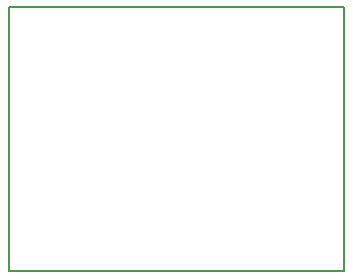
<source format=gm1>
G04 #@! TF.GenerationSoftware,KiCad,Pcbnew,no-vcs-found-7545~57~ubuntu16.04.1*
G04 #@! TF.CreationDate,2017-01-29T23:55:35+05:30*
G04 #@! TF.ProjectId,attiny13a,617474696E793133612E6B696361645F,0.1*
G04 #@! TF.FileFunction,Profile,NP*
%FSLAX46Y46*%
G04 Gerber Fmt 4.6, Leading zero omitted, Abs format (unit mm)*
G04 Created by KiCad (PCBNEW no-vcs-found-7545~57~ubuntu16.04.1) date Sun Jan 29 23:55:35 2017*
%MOMM*%
%LPD*%
G01*
G04 APERTURE LIST*
%ADD10C,0.100000*%
%ADD11C,0.150000*%
G04 APERTURE END LIST*
D10*
D11*
X147955000Y-105918000D02*
X147955000Y-104902000D01*
X119634000Y-105918000D02*
X147955000Y-105918000D01*
X119634000Y-104902000D02*
X119634000Y-105918000D01*
X147955000Y-83566000D02*
X147828000Y-83566000D01*
X147955000Y-104902000D02*
X147955000Y-83566000D01*
X119634000Y-101346000D02*
X119634000Y-104902000D01*
X119634000Y-83566000D02*
X141224000Y-83566000D01*
X119634000Y-86360000D02*
X119634000Y-83566000D01*
X119634000Y-101346000D02*
X119634000Y-86360000D01*
X141224000Y-83566000D02*
X147828000Y-83566000D01*
M02*

</source>
